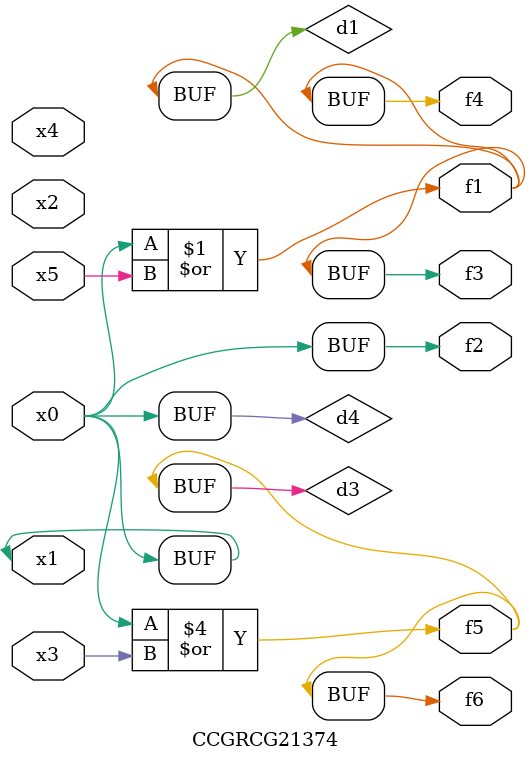
<source format=v>
module CCGRCG21374(
	input x0, x1, x2, x3, x4, x5,
	output f1, f2, f3, f4, f5, f6
);

	wire d1, d2, d3, d4;

	or (d1, x0, x5);
	xnor (d2, x1, x4);
	or (d3, x0, x3);
	buf (d4, x0, x1);
	assign f1 = d1;
	assign f2 = d4;
	assign f3 = d1;
	assign f4 = d1;
	assign f5 = d3;
	assign f6 = d3;
endmodule

</source>
